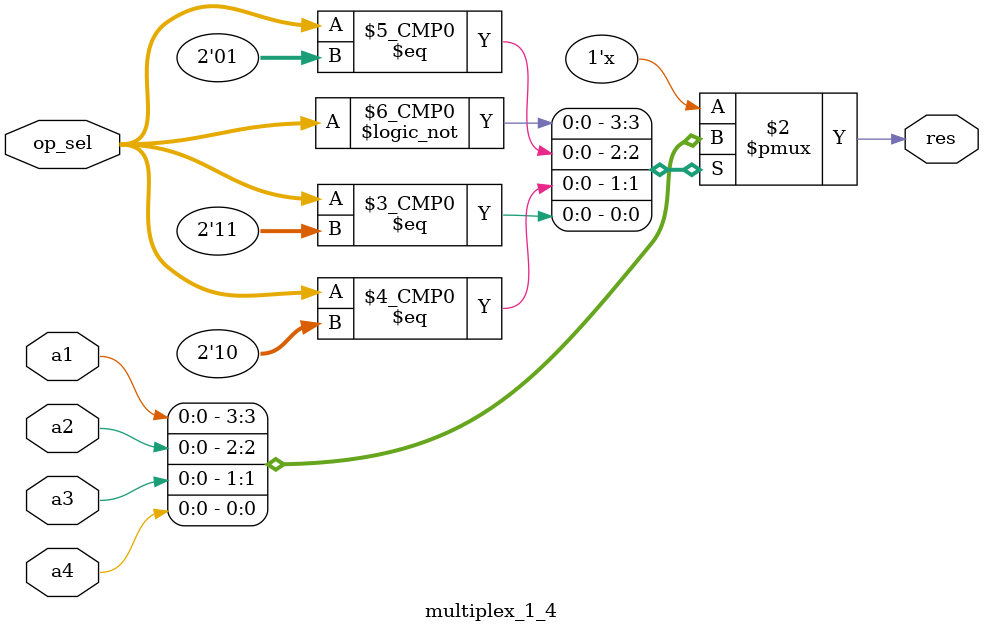
<source format=v>
module multiplex_1_4 (input a1, input a2, input a3,input a4, input [1:0] op_sel, output reg res);

always @(a1,a2,a3,a4,op_sel) begin
case (op_sel)
0: // left SH
	res = a1;
1: // right SH
	res = a2;
2: // left RO
	res = a3;
3: // right RO
	res = a4;
endcase
end

endmodule

</source>
